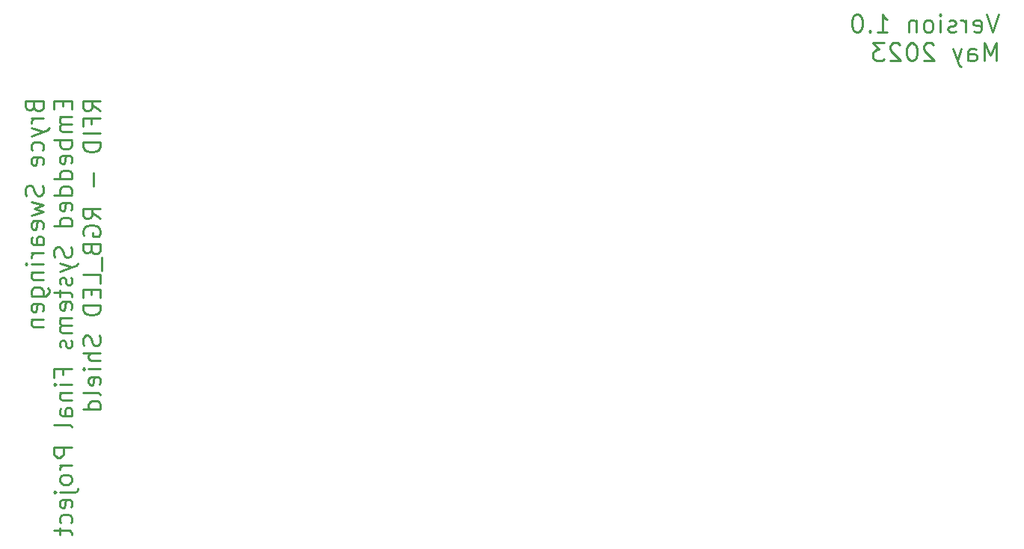
<source format=gbr>
%TF.GenerationSoftware,KiCad,Pcbnew,7.0.2*%
%TF.CreationDate,2023-05-29T16:26:05-06:00*%
%TF.ProjectId,PCB_Design,5043425f-4465-4736-9967-6e2e6b696361,rev?*%
%TF.SameCoordinates,Original*%
%TF.FileFunction,Legend,Bot*%
%TF.FilePolarity,Positive*%
%FSLAX46Y46*%
G04 Gerber Fmt 4.6, Leading zero omitted, Abs format (unit mm)*
G04 Created by KiCad (PCBNEW 7.0.2) date 2023-05-29 16:26:05*
%MOMM*%
%LPD*%
G01*
G04 APERTURE LIST*
%ADD10C,0.250000*%
G04 APERTURE END LIST*
D10*
X72237619Y-49402857D02*
X72332857Y-49688571D01*
X72332857Y-49688571D02*
X72428095Y-49783809D01*
X72428095Y-49783809D02*
X72618571Y-49879047D01*
X72618571Y-49879047D02*
X72904285Y-49879047D01*
X72904285Y-49879047D02*
X73094761Y-49783809D01*
X73094761Y-49783809D02*
X73190000Y-49688571D01*
X73190000Y-49688571D02*
X73285238Y-49498095D01*
X73285238Y-49498095D02*
X73285238Y-48736190D01*
X73285238Y-48736190D02*
X71285238Y-48736190D01*
X71285238Y-48736190D02*
X71285238Y-49402857D01*
X71285238Y-49402857D02*
X71380476Y-49593333D01*
X71380476Y-49593333D02*
X71475714Y-49688571D01*
X71475714Y-49688571D02*
X71666190Y-49783809D01*
X71666190Y-49783809D02*
X71856666Y-49783809D01*
X71856666Y-49783809D02*
X72047142Y-49688571D01*
X72047142Y-49688571D02*
X72142380Y-49593333D01*
X72142380Y-49593333D02*
X72237619Y-49402857D01*
X72237619Y-49402857D02*
X72237619Y-48736190D01*
X73285238Y-50736190D02*
X71951904Y-50736190D01*
X72332857Y-50736190D02*
X72142380Y-50831428D01*
X72142380Y-50831428D02*
X72047142Y-50926666D01*
X72047142Y-50926666D02*
X71951904Y-51117142D01*
X71951904Y-51117142D02*
X71951904Y-51307619D01*
X71951904Y-51783809D02*
X73285238Y-52259999D01*
X71951904Y-52736190D02*
X73285238Y-52259999D01*
X73285238Y-52259999D02*
X73761428Y-52069523D01*
X73761428Y-52069523D02*
X73856666Y-51974285D01*
X73856666Y-51974285D02*
X73951904Y-51783809D01*
X73190000Y-54355238D02*
X73285238Y-54164762D01*
X73285238Y-54164762D02*
X73285238Y-53783809D01*
X73285238Y-53783809D02*
X73190000Y-53593333D01*
X73190000Y-53593333D02*
X73094761Y-53498095D01*
X73094761Y-53498095D02*
X72904285Y-53402857D01*
X72904285Y-53402857D02*
X72332857Y-53402857D01*
X72332857Y-53402857D02*
X72142380Y-53498095D01*
X72142380Y-53498095D02*
X72047142Y-53593333D01*
X72047142Y-53593333D02*
X71951904Y-53783809D01*
X71951904Y-53783809D02*
X71951904Y-54164762D01*
X71951904Y-54164762D02*
X72047142Y-54355238D01*
X73190000Y-55974286D02*
X73285238Y-55783810D01*
X73285238Y-55783810D02*
X73285238Y-55402857D01*
X73285238Y-55402857D02*
X73190000Y-55212381D01*
X73190000Y-55212381D02*
X72999523Y-55117143D01*
X72999523Y-55117143D02*
X72237619Y-55117143D01*
X72237619Y-55117143D02*
X72047142Y-55212381D01*
X72047142Y-55212381D02*
X71951904Y-55402857D01*
X71951904Y-55402857D02*
X71951904Y-55783810D01*
X71951904Y-55783810D02*
X72047142Y-55974286D01*
X72047142Y-55974286D02*
X72237619Y-56069524D01*
X72237619Y-56069524D02*
X72428095Y-56069524D01*
X72428095Y-56069524D02*
X72618571Y-55117143D01*
X73190000Y-58355239D02*
X73285238Y-58640953D01*
X73285238Y-58640953D02*
X73285238Y-59117144D01*
X73285238Y-59117144D02*
X73190000Y-59307620D01*
X73190000Y-59307620D02*
X73094761Y-59402858D01*
X73094761Y-59402858D02*
X72904285Y-59498096D01*
X72904285Y-59498096D02*
X72713809Y-59498096D01*
X72713809Y-59498096D02*
X72523333Y-59402858D01*
X72523333Y-59402858D02*
X72428095Y-59307620D01*
X72428095Y-59307620D02*
X72332857Y-59117144D01*
X72332857Y-59117144D02*
X72237619Y-58736191D01*
X72237619Y-58736191D02*
X72142380Y-58545715D01*
X72142380Y-58545715D02*
X72047142Y-58450477D01*
X72047142Y-58450477D02*
X71856666Y-58355239D01*
X71856666Y-58355239D02*
X71666190Y-58355239D01*
X71666190Y-58355239D02*
X71475714Y-58450477D01*
X71475714Y-58450477D02*
X71380476Y-58545715D01*
X71380476Y-58545715D02*
X71285238Y-58736191D01*
X71285238Y-58736191D02*
X71285238Y-59212382D01*
X71285238Y-59212382D02*
X71380476Y-59498096D01*
X71951904Y-60164763D02*
X73285238Y-60545715D01*
X73285238Y-60545715D02*
X72332857Y-60926668D01*
X72332857Y-60926668D02*
X73285238Y-61307620D01*
X73285238Y-61307620D02*
X71951904Y-61688572D01*
X73190000Y-63212382D02*
X73285238Y-63021906D01*
X73285238Y-63021906D02*
X73285238Y-62640953D01*
X73285238Y-62640953D02*
X73190000Y-62450477D01*
X73190000Y-62450477D02*
X72999523Y-62355239D01*
X72999523Y-62355239D02*
X72237619Y-62355239D01*
X72237619Y-62355239D02*
X72047142Y-62450477D01*
X72047142Y-62450477D02*
X71951904Y-62640953D01*
X71951904Y-62640953D02*
X71951904Y-63021906D01*
X71951904Y-63021906D02*
X72047142Y-63212382D01*
X72047142Y-63212382D02*
X72237619Y-63307620D01*
X72237619Y-63307620D02*
X72428095Y-63307620D01*
X72428095Y-63307620D02*
X72618571Y-62355239D01*
X73285238Y-65021906D02*
X72237619Y-65021906D01*
X72237619Y-65021906D02*
X72047142Y-64926668D01*
X72047142Y-64926668D02*
X71951904Y-64736192D01*
X71951904Y-64736192D02*
X71951904Y-64355239D01*
X71951904Y-64355239D02*
X72047142Y-64164763D01*
X73190000Y-65021906D02*
X73285238Y-64831430D01*
X73285238Y-64831430D02*
X73285238Y-64355239D01*
X73285238Y-64355239D02*
X73190000Y-64164763D01*
X73190000Y-64164763D02*
X72999523Y-64069525D01*
X72999523Y-64069525D02*
X72809047Y-64069525D01*
X72809047Y-64069525D02*
X72618571Y-64164763D01*
X72618571Y-64164763D02*
X72523333Y-64355239D01*
X72523333Y-64355239D02*
X72523333Y-64831430D01*
X72523333Y-64831430D02*
X72428095Y-65021906D01*
X73285238Y-65974287D02*
X71951904Y-65974287D01*
X72332857Y-65974287D02*
X72142380Y-66069525D01*
X72142380Y-66069525D02*
X72047142Y-66164763D01*
X72047142Y-66164763D02*
X71951904Y-66355239D01*
X71951904Y-66355239D02*
X71951904Y-66545716D01*
X73285238Y-67212382D02*
X71951904Y-67212382D01*
X71285238Y-67212382D02*
X71380476Y-67117144D01*
X71380476Y-67117144D02*
X71475714Y-67212382D01*
X71475714Y-67212382D02*
X71380476Y-67307620D01*
X71380476Y-67307620D02*
X71285238Y-67212382D01*
X71285238Y-67212382D02*
X71475714Y-67212382D01*
X71951904Y-68164763D02*
X73285238Y-68164763D01*
X72142380Y-68164763D02*
X72047142Y-68260001D01*
X72047142Y-68260001D02*
X71951904Y-68450477D01*
X71951904Y-68450477D02*
X71951904Y-68736192D01*
X71951904Y-68736192D02*
X72047142Y-68926668D01*
X72047142Y-68926668D02*
X72237619Y-69021906D01*
X72237619Y-69021906D02*
X73285238Y-69021906D01*
X71951904Y-70831430D02*
X73570952Y-70831430D01*
X73570952Y-70831430D02*
X73761428Y-70736192D01*
X73761428Y-70736192D02*
X73856666Y-70640954D01*
X73856666Y-70640954D02*
X73951904Y-70450477D01*
X73951904Y-70450477D02*
X73951904Y-70164763D01*
X73951904Y-70164763D02*
X73856666Y-69974287D01*
X73190000Y-70831430D02*
X73285238Y-70640954D01*
X73285238Y-70640954D02*
X73285238Y-70260001D01*
X73285238Y-70260001D02*
X73190000Y-70069525D01*
X73190000Y-70069525D02*
X73094761Y-69974287D01*
X73094761Y-69974287D02*
X72904285Y-69879049D01*
X72904285Y-69879049D02*
X72332857Y-69879049D01*
X72332857Y-69879049D02*
X72142380Y-69974287D01*
X72142380Y-69974287D02*
X72047142Y-70069525D01*
X72047142Y-70069525D02*
X71951904Y-70260001D01*
X71951904Y-70260001D02*
X71951904Y-70640954D01*
X71951904Y-70640954D02*
X72047142Y-70831430D01*
X73190000Y-72545716D02*
X73285238Y-72355240D01*
X73285238Y-72355240D02*
X73285238Y-71974287D01*
X73285238Y-71974287D02*
X73190000Y-71783811D01*
X73190000Y-71783811D02*
X72999523Y-71688573D01*
X72999523Y-71688573D02*
X72237619Y-71688573D01*
X72237619Y-71688573D02*
X72047142Y-71783811D01*
X72047142Y-71783811D02*
X71951904Y-71974287D01*
X71951904Y-71974287D02*
X71951904Y-72355240D01*
X71951904Y-72355240D02*
X72047142Y-72545716D01*
X72047142Y-72545716D02*
X72237619Y-72640954D01*
X72237619Y-72640954D02*
X72428095Y-72640954D01*
X72428095Y-72640954D02*
X72618571Y-71688573D01*
X71951904Y-73498097D02*
X73285238Y-73498097D01*
X72142380Y-73498097D02*
X72047142Y-73593335D01*
X72047142Y-73593335D02*
X71951904Y-73783811D01*
X71951904Y-73783811D02*
X71951904Y-74069526D01*
X71951904Y-74069526D02*
X72047142Y-74260002D01*
X72047142Y-74260002D02*
X72237619Y-74355240D01*
X72237619Y-74355240D02*
X73285238Y-74355240D01*
X75477619Y-48736190D02*
X75477619Y-49402857D01*
X76525238Y-49688571D02*
X76525238Y-48736190D01*
X76525238Y-48736190D02*
X74525238Y-48736190D01*
X74525238Y-48736190D02*
X74525238Y-49688571D01*
X76525238Y-50545714D02*
X75191904Y-50545714D01*
X75382380Y-50545714D02*
X75287142Y-50640952D01*
X75287142Y-50640952D02*
X75191904Y-50831428D01*
X75191904Y-50831428D02*
X75191904Y-51117143D01*
X75191904Y-51117143D02*
X75287142Y-51307619D01*
X75287142Y-51307619D02*
X75477619Y-51402857D01*
X75477619Y-51402857D02*
X76525238Y-51402857D01*
X75477619Y-51402857D02*
X75287142Y-51498095D01*
X75287142Y-51498095D02*
X75191904Y-51688571D01*
X75191904Y-51688571D02*
X75191904Y-51974285D01*
X75191904Y-51974285D02*
X75287142Y-52164762D01*
X75287142Y-52164762D02*
X75477619Y-52260000D01*
X75477619Y-52260000D02*
X76525238Y-52260000D01*
X76525238Y-53212381D02*
X74525238Y-53212381D01*
X75287142Y-53212381D02*
X75191904Y-53402857D01*
X75191904Y-53402857D02*
X75191904Y-53783810D01*
X75191904Y-53783810D02*
X75287142Y-53974286D01*
X75287142Y-53974286D02*
X75382380Y-54069524D01*
X75382380Y-54069524D02*
X75572857Y-54164762D01*
X75572857Y-54164762D02*
X76144285Y-54164762D01*
X76144285Y-54164762D02*
X76334761Y-54069524D01*
X76334761Y-54069524D02*
X76430000Y-53974286D01*
X76430000Y-53974286D02*
X76525238Y-53783810D01*
X76525238Y-53783810D02*
X76525238Y-53402857D01*
X76525238Y-53402857D02*
X76430000Y-53212381D01*
X76430000Y-55783810D02*
X76525238Y-55593334D01*
X76525238Y-55593334D02*
X76525238Y-55212381D01*
X76525238Y-55212381D02*
X76430000Y-55021905D01*
X76430000Y-55021905D02*
X76239523Y-54926667D01*
X76239523Y-54926667D02*
X75477619Y-54926667D01*
X75477619Y-54926667D02*
X75287142Y-55021905D01*
X75287142Y-55021905D02*
X75191904Y-55212381D01*
X75191904Y-55212381D02*
X75191904Y-55593334D01*
X75191904Y-55593334D02*
X75287142Y-55783810D01*
X75287142Y-55783810D02*
X75477619Y-55879048D01*
X75477619Y-55879048D02*
X75668095Y-55879048D01*
X75668095Y-55879048D02*
X75858571Y-54926667D01*
X76525238Y-57593334D02*
X74525238Y-57593334D01*
X76430000Y-57593334D02*
X76525238Y-57402858D01*
X76525238Y-57402858D02*
X76525238Y-57021905D01*
X76525238Y-57021905D02*
X76430000Y-56831429D01*
X76430000Y-56831429D02*
X76334761Y-56736191D01*
X76334761Y-56736191D02*
X76144285Y-56640953D01*
X76144285Y-56640953D02*
X75572857Y-56640953D01*
X75572857Y-56640953D02*
X75382380Y-56736191D01*
X75382380Y-56736191D02*
X75287142Y-56831429D01*
X75287142Y-56831429D02*
X75191904Y-57021905D01*
X75191904Y-57021905D02*
X75191904Y-57402858D01*
X75191904Y-57402858D02*
X75287142Y-57593334D01*
X76525238Y-59402858D02*
X74525238Y-59402858D01*
X76430000Y-59402858D02*
X76525238Y-59212382D01*
X76525238Y-59212382D02*
X76525238Y-58831429D01*
X76525238Y-58831429D02*
X76430000Y-58640953D01*
X76430000Y-58640953D02*
X76334761Y-58545715D01*
X76334761Y-58545715D02*
X76144285Y-58450477D01*
X76144285Y-58450477D02*
X75572857Y-58450477D01*
X75572857Y-58450477D02*
X75382380Y-58545715D01*
X75382380Y-58545715D02*
X75287142Y-58640953D01*
X75287142Y-58640953D02*
X75191904Y-58831429D01*
X75191904Y-58831429D02*
X75191904Y-59212382D01*
X75191904Y-59212382D02*
X75287142Y-59402858D01*
X76430000Y-61117144D02*
X76525238Y-60926668D01*
X76525238Y-60926668D02*
X76525238Y-60545715D01*
X76525238Y-60545715D02*
X76430000Y-60355239D01*
X76430000Y-60355239D02*
X76239523Y-60260001D01*
X76239523Y-60260001D02*
X75477619Y-60260001D01*
X75477619Y-60260001D02*
X75287142Y-60355239D01*
X75287142Y-60355239D02*
X75191904Y-60545715D01*
X75191904Y-60545715D02*
X75191904Y-60926668D01*
X75191904Y-60926668D02*
X75287142Y-61117144D01*
X75287142Y-61117144D02*
X75477619Y-61212382D01*
X75477619Y-61212382D02*
X75668095Y-61212382D01*
X75668095Y-61212382D02*
X75858571Y-60260001D01*
X76525238Y-62926668D02*
X74525238Y-62926668D01*
X76430000Y-62926668D02*
X76525238Y-62736192D01*
X76525238Y-62736192D02*
X76525238Y-62355239D01*
X76525238Y-62355239D02*
X76430000Y-62164763D01*
X76430000Y-62164763D02*
X76334761Y-62069525D01*
X76334761Y-62069525D02*
X76144285Y-61974287D01*
X76144285Y-61974287D02*
X75572857Y-61974287D01*
X75572857Y-61974287D02*
X75382380Y-62069525D01*
X75382380Y-62069525D02*
X75287142Y-62164763D01*
X75287142Y-62164763D02*
X75191904Y-62355239D01*
X75191904Y-62355239D02*
X75191904Y-62736192D01*
X75191904Y-62736192D02*
X75287142Y-62926668D01*
X76430000Y-65307621D02*
X76525238Y-65593335D01*
X76525238Y-65593335D02*
X76525238Y-66069526D01*
X76525238Y-66069526D02*
X76430000Y-66260002D01*
X76430000Y-66260002D02*
X76334761Y-66355240D01*
X76334761Y-66355240D02*
X76144285Y-66450478D01*
X76144285Y-66450478D02*
X75953809Y-66450478D01*
X75953809Y-66450478D02*
X75763333Y-66355240D01*
X75763333Y-66355240D02*
X75668095Y-66260002D01*
X75668095Y-66260002D02*
X75572857Y-66069526D01*
X75572857Y-66069526D02*
X75477619Y-65688573D01*
X75477619Y-65688573D02*
X75382380Y-65498097D01*
X75382380Y-65498097D02*
X75287142Y-65402859D01*
X75287142Y-65402859D02*
X75096666Y-65307621D01*
X75096666Y-65307621D02*
X74906190Y-65307621D01*
X74906190Y-65307621D02*
X74715714Y-65402859D01*
X74715714Y-65402859D02*
X74620476Y-65498097D01*
X74620476Y-65498097D02*
X74525238Y-65688573D01*
X74525238Y-65688573D02*
X74525238Y-66164764D01*
X74525238Y-66164764D02*
X74620476Y-66450478D01*
X75191904Y-67117145D02*
X76525238Y-67593335D01*
X75191904Y-68069526D02*
X76525238Y-67593335D01*
X76525238Y-67593335D02*
X77001428Y-67402859D01*
X77001428Y-67402859D02*
X77096666Y-67307621D01*
X77096666Y-67307621D02*
X77191904Y-67117145D01*
X76430000Y-68736193D02*
X76525238Y-68926669D01*
X76525238Y-68926669D02*
X76525238Y-69307621D01*
X76525238Y-69307621D02*
X76430000Y-69498098D01*
X76430000Y-69498098D02*
X76239523Y-69593336D01*
X76239523Y-69593336D02*
X76144285Y-69593336D01*
X76144285Y-69593336D02*
X75953809Y-69498098D01*
X75953809Y-69498098D02*
X75858571Y-69307621D01*
X75858571Y-69307621D02*
X75858571Y-69021907D01*
X75858571Y-69021907D02*
X75763333Y-68831431D01*
X75763333Y-68831431D02*
X75572857Y-68736193D01*
X75572857Y-68736193D02*
X75477619Y-68736193D01*
X75477619Y-68736193D02*
X75287142Y-68831431D01*
X75287142Y-68831431D02*
X75191904Y-69021907D01*
X75191904Y-69021907D02*
X75191904Y-69307621D01*
X75191904Y-69307621D02*
X75287142Y-69498098D01*
X75191904Y-70164765D02*
X75191904Y-70926669D01*
X74525238Y-70450479D02*
X76239523Y-70450479D01*
X76239523Y-70450479D02*
X76430000Y-70545717D01*
X76430000Y-70545717D02*
X76525238Y-70736193D01*
X76525238Y-70736193D02*
X76525238Y-70926669D01*
X76430000Y-72355241D02*
X76525238Y-72164765D01*
X76525238Y-72164765D02*
X76525238Y-71783812D01*
X76525238Y-71783812D02*
X76430000Y-71593336D01*
X76430000Y-71593336D02*
X76239523Y-71498098D01*
X76239523Y-71498098D02*
X75477619Y-71498098D01*
X75477619Y-71498098D02*
X75287142Y-71593336D01*
X75287142Y-71593336D02*
X75191904Y-71783812D01*
X75191904Y-71783812D02*
X75191904Y-72164765D01*
X75191904Y-72164765D02*
X75287142Y-72355241D01*
X75287142Y-72355241D02*
X75477619Y-72450479D01*
X75477619Y-72450479D02*
X75668095Y-72450479D01*
X75668095Y-72450479D02*
X75858571Y-71498098D01*
X76525238Y-73307622D02*
X75191904Y-73307622D01*
X75382380Y-73307622D02*
X75287142Y-73402860D01*
X75287142Y-73402860D02*
X75191904Y-73593336D01*
X75191904Y-73593336D02*
X75191904Y-73879051D01*
X75191904Y-73879051D02*
X75287142Y-74069527D01*
X75287142Y-74069527D02*
X75477619Y-74164765D01*
X75477619Y-74164765D02*
X76525238Y-74164765D01*
X75477619Y-74164765D02*
X75287142Y-74260003D01*
X75287142Y-74260003D02*
X75191904Y-74450479D01*
X75191904Y-74450479D02*
X75191904Y-74736193D01*
X75191904Y-74736193D02*
X75287142Y-74926670D01*
X75287142Y-74926670D02*
X75477619Y-75021908D01*
X75477619Y-75021908D02*
X76525238Y-75021908D01*
X76430000Y-75879051D02*
X76525238Y-76069527D01*
X76525238Y-76069527D02*
X76525238Y-76450479D01*
X76525238Y-76450479D02*
X76430000Y-76640956D01*
X76430000Y-76640956D02*
X76239523Y-76736194D01*
X76239523Y-76736194D02*
X76144285Y-76736194D01*
X76144285Y-76736194D02*
X75953809Y-76640956D01*
X75953809Y-76640956D02*
X75858571Y-76450479D01*
X75858571Y-76450479D02*
X75858571Y-76164765D01*
X75858571Y-76164765D02*
X75763333Y-75974289D01*
X75763333Y-75974289D02*
X75572857Y-75879051D01*
X75572857Y-75879051D02*
X75477619Y-75879051D01*
X75477619Y-75879051D02*
X75287142Y-75974289D01*
X75287142Y-75974289D02*
X75191904Y-76164765D01*
X75191904Y-76164765D02*
X75191904Y-76450479D01*
X75191904Y-76450479D02*
X75287142Y-76640956D01*
X75477619Y-79783814D02*
X75477619Y-79117147D01*
X76525238Y-79117147D02*
X74525238Y-79117147D01*
X74525238Y-79117147D02*
X74525238Y-80069528D01*
X76525238Y-80831433D02*
X75191904Y-80831433D01*
X74525238Y-80831433D02*
X74620476Y-80736195D01*
X74620476Y-80736195D02*
X74715714Y-80831433D01*
X74715714Y-80831433D02*
X74620476Y-80926671D01*
X74620476Y-80926671D02*
X74525238Y-80831433D01*
X74525238Y-80831433D02*
X74715714Y-80831433D01*
X75191904Y-81783814D02*
X76525238Y-81783814D01*
X75382380Y-81783814D02*
X75287142Y-81879052D01*
X75287142Y-81879052D02*
X75191904Y-82069528D01*
X75191904Y-82069528D02*
X75191904Y-82355243D01*
X75191904Y-82355243D02*
X75287142Y-82545719D01*
X75287142Y-82545719D02*
X75477619Y-82640957D01*
X75477619Y-82640957D02*
X76525238Y-82640957D01*
X76525238Y-84450481D02*
X75477619Y-84450481D01*
X75477619Y-84450481D02*
X75287142Y-84355243D01*
X75287142Y-84355243D02*
X75191904Y-84164767D01*
X75191904Y-84164767D02*
X75191904Y-83783814D01*
X75191904Y-83783814D02*
X75287142Y-83593338D01*
X76430000Y-84450481D02*
X76525238Y-84260005D01*
X76525238Y-84260005D02*
X76525238Y-83783814D01*
X76525238Y-83783814D02*
X76430000Y-83593338D01*
X76430000Y-83593338D02*
X76239523Y-83498100D01*
X76239523Y-83498100D02*
X76049047Y-83498100D01*
X76049047Y-83498100D02*
X75858571Y-83593338D01*
X75858571Y-83593338D02*
X75763333Y-83783814D01*
X75763333Y-83783814D02*
X75763333Y-84260005D01*
X75763333Y-84260005D02*
X75668095Y-84450481D01*
X76525238Y-85688576D02*
X76430000Y-85498100D01*
X76430000Y-85498100D02*
X76239523Y-85402862D01*
X76239523Y-85402862D02*
X74525238Y-85402862D01*
X76525238Y-87974291D02*
X74525238Y-87974291D01*
X74525238Y-87974291D02*
X74525238Y-88736196D01*
X74525238Y-88736196D02*
X74620476Y-88926672D01*
X74620476Y-88926672D02*
X74715714Y-89021910D01*
X74715714Y-89021910D02*
X74906190Y-89117148D01*
X74906190Y-89117148D02*
X75191904Y-89117148D01*
X75191904Y-89117148D02*
X75382380Y-89021910D01*
X75382380Y-89021910D02*
X75477619Y-88926672D01*
X75477619Y-88926672D02*
X75572857Y-88736196D01*
X75572857Y-88736196D02*
X75572857Y-87974291D01*
X76525238Y-89974291D02*
X75191904Y-89974291D01*
X75572857Y-89974291D02*
X75382380Y-90069529D01*
X75382380Y-90069529D02*
X75287142Y-90164767D01*
X75287142Y-90164767D02*
X75191904Y-90355243D01*
X75191904Y-90355243D02*
X75191904Y-90545720D01*
X76525238Y-91498100D02*
X76430000Y-91307624D01*
X76430000Y-91307624D02*
X76334761Y-91212386D01*
X76334761Y-91212386D02*
X76144285Y-91117148D01*
X76144285Y-91117148D02*
X75572857Y-91117148D01*
X75572857Y-91117148D02*
X75382380Y-91212386D01*
X75382380Y-91212386D02*
X75287142Y-91307624D01*
X75287142Y-91307624D02*
X75191904Y-91498100D01*
X75191904Y-91498100D02*
X75191904Y-91783815D01*
X75191904Y-91783815D02*
X75287142Y-91974291D01*
X75287142Y-91974291D02*
X75382380Y-92069529D01*
X75382380Y-92069529D02*
X75572857Y-92164767D01*
X75572857Y-92164767D02*
X76144285Y-92164767D01*
X76144285Y-92164767D02*
X76334761Y-92069529D01*
X76334761Y-92069529D02*
X76430000Y-91974291D01*
X76430000Y-91974291D02*
X76525238Y-91783815D01*
X76525238Y-91783815D02*
X76525238Y-91498100D01*
X75191904Y-93021910D02*
X76906190Y-93021910D01*
X76906190Y-93021910D02*
X77096666Y-92926672D01*
X77096666Y-92926672D02*
X77191904Y-92736196D01*
X77191904Y-92736196D02*
X77191904Y-92640958D01*
X74525238Y-93021910D02*
X74620476Y-92926672D01*
X74620476Y-92926672D02*
X74715714Y-93021910D01*
X74715714Y-93021910D02*
X74620476Y-93117148D01*
X74620476Y-93117148D02*
X74525238Y-93021910D01*
X74525238Y-93021910D02*
X74715714Y-93021910D01*
X76430000Y-94736196D02*
X76525238Y-94545720D01*
X76525238Y-94545720D02*
X76525238Y-94164767D01*
X76525238Y-94164767D02*
X76430000Y-93974291D01*
X76430000Y-93974291D02*
X76239523Y-93879053D01*
X76239523Y-93879053D02*
X75477619Y-93879053D01*
X75477619Y-93879053D02*
X75287142Y-93974291D01*
X75287142Y-93974291D02*
X75191904Y-94164767D01*
X75191904Y-94164767D02*
X75191904Y-94545720D01*
X75191904Y-94545720D02*
X75287142Y-94736196D01*
X75287142Y-94736196D02*
X75477619Y-94831434D01*
X75477619Y-94831434D02*
X75668095Y-94831434D01*
X75668095Y-94831434D02*
X75858571Y-93879053D01*
X76430000Y-96545720D02*
X76525238Y-96355244D01*
X76525238Y-96355244D02*
X76525238Y-95974291D01*
X76525238Y-95974291D02*
X76430000Y-95783815D01*
X76430000Y-95783815D02*
X76334761Y-95688577D01*
X76334761Y-95688577D02*
X76144285Y-95593339D01*
X76144285Y-95593339D02*
X75572857Y-95593339D01*
X75572857Y-95593339D02*
X75382380Y-95688577D01*
X75382380Y-95688577D02*
X75287142Y-95783815D01*
X75287142Y-95783815D02*
X75191904Y-95974291D01*
X75191904Y-95974291D02*
X75191904Y-96355244D01*
X75191904Y-96355244D02*
X75287142Y-96545720D01*
X75191904Y-97117149D02*
X75191904Y-97879053D01*
X74525238Y-97402863D02*
X76239523Y-97402863D01*
X76239523Y-97402863D02*
X76430000Y-97498101D01*
X76430000Y-97498101D02*
X76525238Y-97688577D01*
X76525238Y-97688577D02*
X76525238Y-97879053D01*
X79765238Y-49879047D02*
X78812857Y-49212380D01*
X79765238Y-48736190D02*
X77765238Y-48736190D01*
X77765238Y-48736190D02*
X77765238Y-49498095D01*
X77765238Y-49498095D02*
X77860476Y-49688571D01*
X77860476Y-49688571D02*
X77955714Y-49783809D01*
X77955714Y-49783809D02*
X78146190Y-49879047D01*
X78146190Y-49879047D02*
X78431904Y-49879047D01*
X78431904Y-49879047D02*
X78622380Y-49783809D01*
X78622380Y-49783809D02*
X78717619Y-49688571D01*
X78717619Y-49688571D02*
X78812857Y-49498095D01*
X78812857Y-49498095D02*
X78812857Y-48736190D01*
X78717619Y-51402857D02*
X78717619Y-50736190D01*
X79765238Y-50736190D02*
X77765238Y-50736190D01*
X77765238Y-50736190D02*
X77765238Y-51688571D01*
X79765238Y-52450476D02*
X77765238Y-52450476D01*
X79765238Y-53402857D02*
X77765238Y-53402857D01*
X77765238Y-53402857D02*
X77765238Y-53879047D01*
X77765238Y-53879047D02*
X77860476Y-54164762D01*
X77860476Y-54164762D02*
X78050952Y-54355238D01*
X78050952Y-54355238D02*
X78241428Y-54450476D01*
X78241428Y-54450476D02*
X78622380Y-54545714D01*
X78622380Y-54545714D02*
X78908095Y-54545714D01*
X78908095Y-54545714D02*
X79289047Y-54450476D01*
X79289047Y-54450476D02*
X79479523Y-54355238D01*
X79479523Y-54355238D02*
X79670000Y-54164762D01*
X79670000Y-54164762D02*
X79765238Y-53879047D01*
X79765238Y-53879047D02*
X79765238Y-53402857D01*
X79003333Y-56926667D02*
X79003333Y-58450477D01*
X79765238Y-62069524D02*
X78812857Y-61402857D01*
X79765238Y-60926667D02*
X77765238Y-60926667D01*
X77765238Y-60926667D02*
X77765238Y-61688572D01*
X77765238Y-61688572D02*
X77860476Y-61879048D01*
X77860476Y-61879048D02*
X77955714Y-61974286D01*
X77955714Y-61974286D02*
X78146190Y-62069524D01*
X78146190Y-62069524D02*
X78431904Y-62069524D01*
X78431904Y-62069524D02*
X78622380Y-61974286D01*
X78622380Y-61974286D02*
X78717619Y-61879048D01*
X78717619Y-61879048D02*
X78812857Y-61688572D01*
X78812857Y-61688572D02*
X78812857Y-60926667D01*
X77860476Y-63974286D02*
X77765238Y-63783810D01*
X77765238Y-63783810D02*
X77765238Y-63498096D01*
X77765238Y-63498096D02*
X77860476Y-63212381D01*
X77860476Y-63212381D02*
X78050952Y-63021905D01*
X78050952Y-63021905D02*
X78241428Y-62926667D01*
X78241428Y-62926667D02*
X78622380Y-62831429D01*
X78622380Y-62831429D02*
X78908095Y-62831429D01*
X78908095Y-62831429D02*
X79289047Y-62926667D01*
X79289047Y-62926667D02*
X79479523Y-63021905D01*
X79479523Y-63021905D02*
X79670000Y-63212381D01*
X79670000Y-63212381D02*
X79765238Y-63498096D01*
X79765238Y-63498096D02*
X79765238Y-63688572D01*
X79765238Y-63688572D02*
X79670000Y-63974286D01*
X79670000Y-63974286D02*
X79574761Y-64069524D01*
X79574761Y-64069524D02*
X78908095Y-64069524D01*
X78908095Y-64069524D02*
X78908095Y-63688572D01*
X78717619Y-65593334D02*
X78812857Y-65879048D01*
X78812857Y-65879048D02*
X78908095Y-65974286D01*
X78908095Y-65974286D02*
X79098571Y-66069524D01*
X79098571Y-66069524D02*
X79384285Y-66069524D01*
X79384285Y-66069524D02*
X79574761Y-65974286D01*
X79574761Y-65974286D02*
X79670000Y-65879048D01*
X79670000Y-65879048D02*
X79765238Y-65688572D01*
X79765238Y-65688572D02*
X79765238Y-64926667D01*
X79765238Y-64926667D02*
X77765238Y-64926667D01*
X77765238Y-64926667D02*
X77765238Y-65593334D01*
X77765238Y-65593334D02*
X77860476Y-65783810D01*
X77860476Y-65783810D02*
X77955714Y-65879048D01*
X77955714Y-65879048D02*
X78146190Y-65974286D01*
X78146190Y-65974286D02*
X78336666Y-65974286D01*
X78336666Y-65974286D02*
X78527142Y-65879048D01*
X78527142Y-65879048D02*
X78622380Y-65783810D01*
X78622380Y-65783810D02*
X78717619Y-65593334D01*
X78717619Y-65593334D02*
X78717619Y-64926667D01*
X79955714Y-66450477D02*
X79955714Y-67974286D01*
X79765238Y-69402858D02*
X79765238Y-68450477D01*
X79765238Y-68450477D02*
X77765238Y-68450477D01*
X78717619Y-70069525D02*
X78717619Y-70736192D01*
X79765238Y-71021906D02*
X79765238Y-70069525D01*
X79765238Y-70069525D02*
X77765238Y-70069525D01*
X77765238Y-70069525D02*
X77765238Y-71021906D01*
X79765238Y-71879049D02*
X77765238Y-71879049D01*
X77765238Y-71879049D02*
X77765238Y-72355239D01*
X77765238Y-72355239D02*
X77860476Y-72640954D01*
X77860476Y-72640954D02*
X78050952Y-72831430D01*
X78050952Y-72831430D02*
X78241428Y-72926668D01*
X78241428Y-72926668D02*
X78622380Y-73021906D01*
X78622380Y-73021906D02*
X78908095Y-73021906D01*
X78908095Y-73021906D02*
X79289047Y-72926668D01*
X79289047Y-72926668D02*
X79479523Y-72831430D01*
X79479523Y-72831430D02*
X79670000Y-72640954D01*
X79670000Y-72640954D02*
X79765238Y-72355239D01*
X79765238Y-72355239D02*
X79765238Y-71879049D01*
X79670000Y-75307621D02*
X79765238Y-75593335D01*
X79765238Y-75593335D02*
X79765238Y-76069526D01*
X79765238Y-76069526D02*
X79670000Y-76260002D01*
X79670000Y-76260002D02*
X79574761Y-76355240D01*
X79574761Y-76355240D02*
X79384285Y-76450478D01*
X79384285Y-76450478D02*
X79193809Y-76450478D01*
X79193809Y-76450478D02*
X79003333Y-76355240D01*
X79003333Y-76355240D02*
X78908095Y-76260002D01*
X78908095Y-76260002D02*
X78812857Y-76069526D01*
X78812857Y-76069526D02*
X78717619Y-75688573D01*
X78717619Y-75688573D02*
X78622380Y-75498097D01*
X78622380Y-75498097D02*
X78527142Y-75402859D01*
X78527142Y-75402859D02*
X78336666Y-75307621D01*
X78336666Y-75307621D02*
X78146190Y-75307621D01*
X78146190Y-75307621D02*
X77955714Y-75402859D01*
X77955714Y-75402859D02*
X77860476Y-75498097D01*
X77860476Y-75498097D02*
X77765238Y-75688573D01*
X77765238Y-75688573D02*
X77765238Y-76164764D01*
X77765238Y-76164764D02*
X77860476Y-76450478D01*
X79765238Y-77307621D02*
X77765238Y-77307621D01*
X79765238Y-78164764D02*
X78717619Y-78164764D01*
X78717619Y-78164764D02*
X78527142Y-78069526D01*
X78527142Y-78069526D02*
X78431904Y-77879050D01*
X78431904Y-77879050D02*
X78431904Y-77593335D01*
X78431904Y-77593335D02*
X78527142Y-77402859D01*
X78527142Y-77402859D02*
X78622380Y-77307621D01*
X79765238Y-79117145D02*
X78431904Y-79117145D01*
X77765238Y-79117145D02*
X77860476Y-79021907D01*
X77860476Y-79021907D02*
X77955714Y-79117145D01*
X77955714Y-79117145D02*
X77860476Y-79212383D01*
X77860476Y-79212383D02*
X77765238Y-79117145D01*
X77765238Y-79117145D02*
X77955714Y-79117145D01*
X79670000Y-80831431D02*
X79765238Y-80640955D01*
X79765238Y-80640955D02*
X79765238Y-80260002D01*
X79765238Y-80260002D02*
X79670000Y-80069526D01*
X79670000Y-80069526D02*
X79479523Y-79974288D01*
X79479523Y-79974288D02*
X78717619Y-79974288D01*
X78717619Y-79974288D02*
X78527142Y-80069526D01*
X78527142Y-80069526D02*
X78431904Y-80260002D01*
X78431904Y-80260002D02*
X78431904Y-80640955D01*
X78431904Y-80640955D02*
X78527142Y-80831431D01*
X78527142Y-80831431D02*
X78717619Y-80926669D01*
X78717619Y-80926669D02*
X78908095Y-80926669D01*
X78908095Y-80926669D02*
X79098571Y-79974288D01*
X79765238Y-82069526D02*
X79670000Y-81879050D01*
X79670000Y-81879050D02*
X79479523Y-81783812D01*
X79479523Y-81783812D02*
X77765238Y-81783812D01*
X79765238Y-83688574D02*
X77765238Y-83688574D01*
X79670000Y-83688574D02*
X79765238Y-83498098D01*
X79765238Y-83498098D02*
X79765238Y-83117145D01*
X79765238Y-83117145D02*
X79670000Y-82926669D01*
X79670000Y-82926669D02*
X79574761Y-82831431D01*
X79574761Y-82831431D02*
X79384285Y-82736193D01*
X79384285Y-82736193D02*
X78812857Y-82736193D01*
X78812857Y-82736193D02*
X78622380Y-82831431D01*
X78622380Y-82831431D02*
X78527142Y-82926669D01*
X78527142Y-82926669D02*
X78431904Y-83117145D01*
X78431904Y-83117145D02*
X78431904Y-83498098D01*
X78431904Y-83498098D02*
X78527142Y-83688574D01*
X181419523Y-38965238D02*
X180752857Y-40965238D01*
X180752857Y-40965238D02*
X180086190Y-38965238D01*
X178657618Y-40870000D02*
X178848094Y-40965238D01*
X178848094Y-40965238D02*
X179229047Y-40965238D01*
X179229047Y-40965238D02*
X179419523Y-40870000D01*
X179419523Y-40870000D02*
X179514761Y-40679523D01*
X179514761Y-40679523D02*
X179514761Y-39917619D01*
X179514761Y-39917619D02*
X179419523Y-39727142D01*
X179419523Y-39727142D02*
X179229047Y-39631904D01*
X179229047Y-39631904D02*
X178848094Y-39631904D01*
X178848094Y-39631904D02*
X178657618Y-39727142D01*
X178657618Y-39727142D02*
X178562380Y-39917619D01*
X178562380Y-39917619D02*
X178562380Y-40108095D01*
X178562380Y-40108095D02*
X179514761Y-40298571D01*
X177705237Y-40965238D02*
X177705237Y-39631904D01*
X177705237Y-40012857D02*
X177609999Y-39822380D01*
X177609999Y-39822380D02*
X177514761Y-39727142D01*
X177514761Y-39727142D02*
X177324285Y-39631904D01*
X177324285Y-39631904D02*
X177133808Y-39631904D01*
X176562380Y-40870000D02*
X176371904Y-40965238D01*
X176371904Y-40965238D02*
X175990952Y-40965238D01*
X175990952Y-40965238D02*
X175800475Y-40870000D01*
X175800475Y-40870000D02*
X175705237Y-40679523D01*
X175705237Y-40679523D02*
X175705237Y-40584285D01*
X175705237Y-40584285D02*
X175800475Y-40393809D01*
X175800475Y-40393809D02*
X175990952Y-40298571D01*
X175990952Y-40298571D02*
X176276666Y-40298571D01*
X176276666Y-40298571D02*
X176467142Y-40203333D01*
X176467142Y-40203333D02*
X176562380Y-40012857D01*
X176562380Y-40012857D02*
X176562380Y-39917619D01*
X176562380Y-39917619D02*
X176467142Y-39727142D01*
X176467142Y-39727142D02*
X176276666Y-39631904D01*
X176276666Y-39631904D02*
X175990952Y-39631904D01*
X175990952Y-39631904D02*
X175800475Y-39727142D01*
X174848094Y-40965238D02*
X174848094Y-39631904D01*
X174848094Y-38965238D02*
X174943332Y-39060476D01*
X174943332Y-39060476D02*
X174848094Y-39155714D01*
X174848094Y-39155714D02*
X174752856Y-39060476D01*
X174752856Y-39060476D02*
X174848094Y-38965238D01*
X174848094Y-38965238D02*
X174848094Y-39155714D01*
X173609999Y-40965238D02*
X173800475Y-40870000D01*
X173800475Y-40870000D02*
X173895713Y-40774761D01*
X173895713Y-40774761D02*
X173990951Y-40584285D01*
X173990951Y-40584285D02*
X173990951Y-40012857D01*
X173990951Y-40012857D02*
X173895713Y-39822380D01*
X173895713Y-39822380D02*
X173800475Y-39727142D01*
X173800475Y-39727142D02*
X173609999Y-39631904D01*
X173609999Y-39631904D02*
X173324284Y-39631904D01*
X173324284Y-39631904D02*
X173133808Y-39727142D01*
X173133808Y-39727142D02*
X173038570Y-39822380D01*
X173038570Y-39822380D02*
X172943332Y-40012857D01*
X172943332Y-40012857D02*
X172943332Y-40584285D01*
X172943332Y-40584285D02*
X173038570Y-40774761D01*
X173038570Y-40774761D02*
X173133808Y-40870000D01*
X173133808Y-40870000D02*
X173324284Y-40965238D01*
X173324284Y-40965238D02*
X173609999Y-40965238D01*
X172086189Y-39631904D02*
X172086189Y-40965238D01*
X172086189Y-39822380D02*
X171990951Y-39727142D01*
X171990951Y-39727142D02*
X171800475Y-39631904D01*
X171800475Y-39631904D02*
X171514760Y-39631904D01*
X171514760Y-39631904D02*
X171324284Y-39727142D01*
X171324284Y-39727142D02*
X171229046Y-39917619D01*
X171229046Y-39917619D02*
X171229046Y-40965238D01*
X167705236Y-40965238D02*
X168848093Y-40965238D01*
X168276665Y-40965238D02*
X168276665Y-38965238D01*
X168276665Y-38965238D02*
X168467141Y-39250952D01*
X168467141Y-39250952D02*
X168657617Y-39441428D01*
X168657617Y-39441428D02*
X168848093Y-39536666D01*
X166848093Y-40774761D02*
X166752855Y-40870000D01*
X166752855Y-40870000D02*
X166848093Y-40965238D01*
X166848093Y-40965238D02*
X166943331Y-40870000D01*
X166943331Y-40870000D02*
X166848093Y-40774761D01*
X166848093Y-40774761D02*
X166848093Y-40965238D01*
X165514760Y-38965238D02*
X165324283Y-38965238D01*
X165324283Y-38965238D02*
X165133807Y-39060476D01*
X165133807Y-39060476D02*
X165038569Y-39155714D01*
X165038569Y-39155714D02*
X164943331Y-39346190D01*
X164943331Y-39346190D02*
X164848093Y-39727142D01*
X164848093Y-39727142D02*
X164848093Y-40203333D01*
X164848093Y-40203333D02*
X164943331Y-40584285D01*
X164943331Y-40584285D02*
X165038569Y-40774761D01*
X165038569Y-40774761D02*
X165133807Y-40870000D01*
X165133807Y-40870000D02*
X165324283Y-40965238D01*
X165324283Y-40965238D02*
X165514760Y-40965238D01*
X165514760Y-40965238D02*
X165705236Y-40870000D01*
X165705236Y-40870000D02*
X165800474Y-40774761D01*
X165800474Y-40774761D02*
X165895712Y-40584285D01*
X165895712Y-40584285D02*
X165990950Y-40203333D01*
X165990950Y-40203333D02*
X165990950Y-39727142D01*
X165990950Y-39727142D02*
X165895712Y-39346190D01*
X165895712Y-39346190D02*
X165800474Y-39155714D01*
X165800474Y-39155714D02*
X165705236Y-39060476D01*
X165705236Y-39060476D02*
X165514760Y-38965238D01*
X181133809Y-44205238D02*
X181133809Y-42205238D01*
X181133809Y-42205238D02*
X180467142Y-43633809D01*
X180467142Y-43633809D02*
X179800476Y-42205238D01*
X179800476Y-42205238D02*
X179800476Y-44205238D01*
X177990952Y-44205238D02*
X177990952Y-43157619D01*
X177990952Y-43157619D02*
X178086190Y-42967142D01*
X178086190Y-42967142D02*
X178276666Y-42871904D01*
X178276666Y-42871904D02*
X178657619Y-42871904D01*
X178657619Y-42871904D02*
X178848095Y-42967142D01*
X177990952Y-44110000D02*
X178181428Y-44205238D01*
X178181428Y-44205238D02*
X178657619Y-44205238D01*
X178657619Y-44205238D02*
X178848095Y-44110000D01*
X178848095Y-44110000D02*
X178943333Y-43919523D01*
X178943333Y-43919523D02*
X178943333Y-43729047D01*
X178943333Y-43729047D02*
X178848095Y-43538571D01*
X178848095Y-43538571D02*
X178657619Y-43443333D01*
X178657619Y-43443333D02*
X178181428Y-43443333D01*
X178181428Y-43443333D02*
X177990952Y-43348095D01*
X177229047Y-42871904D02*
X176752857Y-44205238D01*
X176276666Y-42871904D02*
X176752857Y-44205238D01*
X176752857Y-44205238D02*
X176943333Y-44681428D01*
X176943333Y-44681428D02*
X177038571Y-44776666D01*
X177038571Y-44776666D02*
X177229047Y-44871904D01*
X174086189Y-42395714D02*
X173990951Y-42300476D01*
X173990951Y-42300476D02*
X173800475Y-42205238D01*
X173800475Y-42205238D02*
X173324284Y-42205238D01*
X173324284Y-42205238D02*
X173133808Y-42300476D01*
X173133808Y-42300476D02*
X173038570Y-42395714D01*
X173038570Y-42395714D02*
X172943332Y-42586190D01*
X172943332Y-42586190D02*
X172943332Y-42776666D01*
X172943332Y-42776666D02*
X173038570Y-43062380D01*
X173038570Y-43062380D02*
X174181427Y-44205238D01*
X174181427Y-44205238D02*
X172943332Y-44205238D01*
X171705237Y-42205238D02*
X171514760Y-42205238D01*
X171514760Y-42205238D02*
X171324284Y-42300476D01*
X171324284Y-42300476D02*
X171229046Y-42395714D01*
X171229046Y-42395714D02*
X171133808Y-42586190D01*
X171133808Y-42586190D02*
X171038570Y-42967142D01*
X171038570Y-42967142D02*
X171038570Y-43443333D01*
X171038570Y-43443333D02*
X171133808Y-43824285D01*
X171133808Y-43824285D02*
X171229046Y-44014761D01*
X171229046Y-44014761D02*
X171324284Y-44110000D01*
X171324284Y-44110000D02*
X171514760Y-44205238D01*
X171514760Y-44205238D02*
X171705237Y-44205238D01*
X171705237Y-44205238D02*
X171895713Y-44110000D01*
X171895713Y-44110000D02*
X171990951Y-44014761D01*
X171990951Y-44014761D02*
X172086189Y-43824285D01*
X172086189Y-43824285D02*
X172181427Y-43443333D01*
X172181427Y-43443333D02*
X172181427Y-42967142D01*
X172181427Y-42967142D02*
X172086189Y-42586190D01*
X172086189Y-42586190D02*
X171990951Y-42395714D01*
X171990951Y-42395714D02*
X171895713Y-42300476D01*
X171895713Y-42300476D02*
X171705237Y-42205238D01*
X170276665Y-42395714D02*
X170181427Y-42300476D01*
X170181427Y-42300476D02*
X169990951Y-42205238D01*
X169990951Y-42205238D02*
X169514760Y-42205238D01*
X169514760Y-42205238D02*
X169324284Y-42300476D01*
X169324284Y-42300476D02*
X169229046Y-42395714D01*
X169229046Y-42395714D02*
X169133808Y-42586190D01*
X169133808Y-42586190D02*
X169133808Y-42776666D01*
X169133808Y-42776666D02*
X169229046Y-43062380D01*
X169229046Y-43062380D02*
X170371903Y-44205238D01*
X170371903Y-44205238D02*
X169133808Y-44205238D01*
X168467141Y-42205238D02*
X167229046Y-42205238D01*
X167229046Y-42205238D02*
X167895713Y-42967142D01*
X167895713Y-42967142D02*
X167609998Y-42967142D01*
X167609998Y-42967142D02*
X167419522Y-43062380D01*
X167419522Y-43062380D02*
X167324284Y-43157619D01*
X167324284Y-43157619D02*
X167229046Y-43348095D01*
X167229046Y-43348095D02*
X167229046Y-43824285D01*
X167229046Y-43824285D02*
X167324284Y-44014761D01*
X167324284Y-44014761D02*
X167419522Y-44110000D01*
X167419522Y-44110000D02*
X167609998Y-44205238D01*
X167609998Y-44205238D02*
X168181427Y-44205238D01*
X168181427Y-44205238D02*
X168371903Y-44110000D01*
X168371903Y-44110000D02*
X168467141Y-44014761D01*
M02*

</source>
